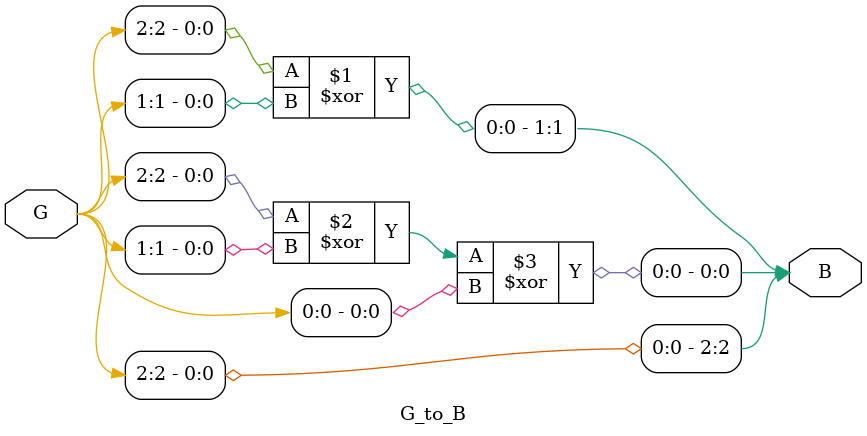
<source format=v>
`timescale 1ns / 1ps
module G_to_B(
    input [2:0] G,
    output [2:0] B
    );
    assign B[2] = G[2];
    assign B[1] = G[2] ^ G[1];
    assign  B[0] = G[2] ^ G[1] ^ G[0];
endmodule

</source>
